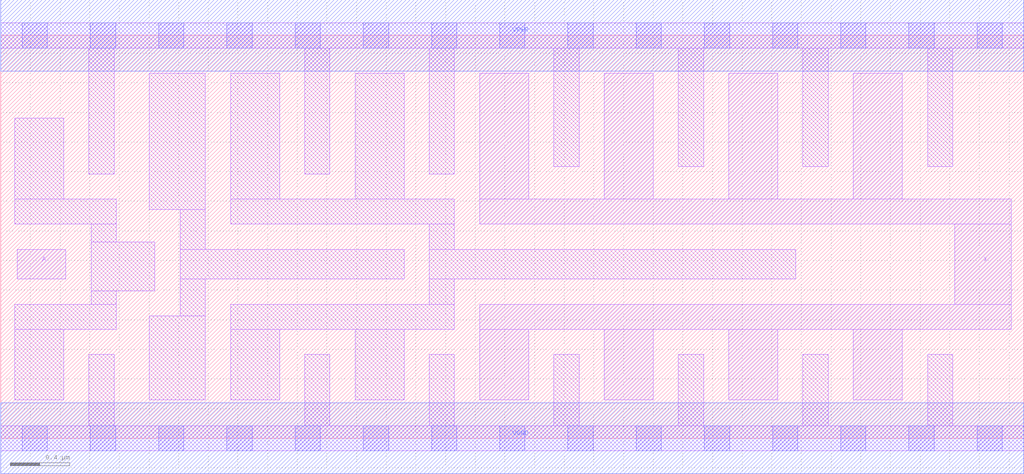
<source format=lef>
# Copyright 2020 The SkyWater PDK Authors
#
# Licensed under the Apache License, Version 2.0 (the "License");
# you may not use this file except in compliance with the License.
# You may obtain a copy of the License at
#
#     https://www.apache.org/licenses/LICENSE-2.0
#
# Unless required by applicable law or agreed to in writing, software
# distributed under the License is distributed on an "AS IS" BASIS,
# WITHOUT WARRANTIES OR CONDITIONS OF ANY KIND, either express or implied.
# See the License for the specific language governing permissions and
# limitations under the License.
#
# SPDX-License-Identifier: Apache-2.0

VERSION 5.7 ;
  NAMESCASESENSITIVE ON ;
  NOWIREEXTENSIONATPIN ON ;
  DIVIDERCHAR "/" ;
  BUSBITCHARS "[]" ;
UNITS
  DATABASE MICRONS 200 ;
END UNITS
MACRO sky130_fd_sc_hd__bufbuf_8
  CLASS CORE ;
  FOREIGN sky130_fd_sc_hd__bufbuf_8 ;
  ORIGIN  0.000000  0.000000 ;
  SIZE  6.900000 BY  2.720000 ;
  SYMMETRY X Y R90 ;
  SITE unithd ;
  PIN A
    ANTENNAGATEAREA  0.159000 ;
    DIRECTION INPUT ;
    USE SIGNAL ;
    PORT
      LAYER li1 ;
        RECT 0.110000 1.075000 0.440000 1.275000 ;
    END
  END A
  PIN X
    ANTENNADIFFAREA  1.782000 ;
    DIRECTION OUTPUT ;
    USE SIGNAL ;
    PORT
      LAYER li1 ;
        RECT 3.230000 0.260000 3.560000 0.735000 ;
        RECT 3.230000 0.735000 6.815000 0.905000 ;
        RECT 3.230000 1.445000 6.815000 1.615000 ;
        RECT 3.230000 1.615000 3.560000 2.465000 ;
        RECT 4.070000 0.260000 4.400000 0.735000 ;
        RECT 4.070000 1.615000 4.400000 2.465000 ;
        RECT 4.910000 0.260000 5.240000 0.735000 ;
        RECT 4.910000 1.615000 5.240000 2.465000 ;
        RECT 5.750000 0.260000 6.080000 0.735000 ;
        RECT 5.750000 1.615000 6.080000 2.465000 ;
        RECT 6.435000 0.905000 6.815000 1.445000 ;
    END
  END X
  PIN VGND
    DIRECTION INOUT ;
    SHAPE ABUTMENT ;
    USE GROUND ;
    PORT
      LAYER met1 ;
        RECT 0.000000 -0.240000 6.900000 0.240000 ;
    END
  END VGND
  PIN VPWR
    DIRECTION INOUT ;
    SHAPE ABUTMENT ;
    USE POWER ;
    PORT
      LAYER met1 ;
        RECT 0.000000 2.480000 6.900000 2.960000 ;
    END
  END VPWR
  OBS
    LAYER li1 ;
      RECT 0.000000 -0.085000 6.900000 0.085000 ;
      RECT 0.000000  2.635000 6.900000 2.805000 ;
      RECT 0.095000  0.260000 0.425000 0.735000 ;
      RECT 0.095000  0.735000 0.780000 0.905000 ;
      RECT 0.095000  1.445000 0.780000 1.615000 ;
      RECT 0.095000  1.615000 0.425000 2.160000 ;
      RECT 0.595000  0.085000 0.765000 0.565000 ;
      RECT 0.595000  1.785000 0.765000 2.635000 ;
      RECT 0.610000  0.905000 0.780000 0.995000 ;
      RECT 0.610000  0.995000 1.040000 1.325000 ;
      RECT 0.610000  1.325000 0.780000 1.445000 ;
      RECT 1.000000  0.260000 1.380000 0.825000 ;
      RECT 1.000000  1.545000 1.380000 2.465000 ;
      RECT 1.210000  0.825000 1.380000 1.075000 ;
      RECT 1.210000  1.075000 2.720000 1.275000 ;
      RECT 1.210000  1.275000 1.380000 1.545000 ;
      RECT 1.550000  0.260000 1.880000 0.735000 ;
      RECT 1.550000  0.735000 3.060000 0.905000 ;
      RECT 1.550000  1.445000 3.060000 1.615000 ;
      RECT 1.550000  1.615000 1.880000 2.465000 ;
      RECT 2.050000  0.085000 2.220000 0.565000 ;
      RECT 2.050000  1.785000 2.220000 2.635000 ;
      RECT 2.390000  0.260000 2.720000 0.735000 ;
      RECT 2.390000  1.615000 2.720000 2.465000 ;
      RECT 2.890000  0.085000 3.060000 0.565000 ;
      RECT 2.890000  0.905000 3.060000 1.075000 ;
      RECT 2.890000  1.075000 5.360000 1.275000 ;
      RECT 2.890000  1.275000 3.060000 1.445000 ;
      RECT 2.890000  1.785000 3.060000 2.635000 ;
      RECT 3.730000  0.085000 3.900000 0.565000 ;
      RECT 3.730000  1.835000 3.900000 2.635000 ;
      RECT 4.570000  0.085000 4.740000 0.565000 ;
      RECT 4.570000  1.835000 4.740000 2.635000 ;
      RECT 5.410000  0.085000 5.580000 0.565000 ;
      RECT 5.410000  1.835000 5.580000 2.635000 ;
      RECT 6.250000  0.085000 6.420000 0.565000 ;
      RECT 6.250000  1.835000 6.420000 2.635000 ;
    LAYER mcon ;
      RECT 0.145000 -0.085000 0.315000 0.085000 ;
      RECT 0.145000  2.635000 0.315000 2.805000 ;
      RECT 0.605000 -0.085000 0.775000 0.085000 ;
      RECT 0.605000  2.635000 0.775000 2.805000 ;
      RECT 1.065000 -0.085000 1.235000 0.085000 ;
      RECT 1.065000  2.635000 1.235000 2.805000 ;
      RECT 1.525000 -0.085000 1.695000 0.085000 ;
      RECT 1.525000  2.635000 1.695000 2.805000 ;
      RECT 1.985000 -0.085000 2.155000 0.085000 ;
      RECT 1.985000  2.635000 2.155000 2.805000 ;
      RECT 2.445000 -0.085000 2.615000 0.085000 ;
      RECT 2.445000  2.635000 2.615000 2.805000 ;
      RECT 2.905000 -0.085000 3.075000 0.085000 ;
      RECT 2.905000  2.635000 3.075000 2.805000 ;
      RECT 3.365000 -0.085000 3.535000 0.085000 ;
      RECT 3.365000  2.635000 3.535000 2.805000 ;
      RECT 3.825000 -0.085000 3.995000 0.085000 ;
      RECT 3.825000  2.635000 3.995000 2.805000 ;
      RECT 4.285000 -0.085000 4.455000 0.085000 ;
      RECT 4.285000  2.635000 4.455000 2.805000 ;
      RECT 4.745000 -0.085000 4.915000 0.085000 ;
      RECT 4.745000  2.635000 4.915000 2.805000 ;
      RECT 5.205000 -0.085000 5.375000 0.085000 ;
      RECT 5.205000  2.635000 5.375000 2.805000 ;
      RECT 5.665000 -0.085000 5.835000 0.085000 ;
      RECT 5.665000  2.635000 5.835000 2.805000 ;
      RECT 6.125000 -0.085000 6.295000 0.085000 ;
      RECT 6.125000  2.635000 6.295000 2.805000 ;
      RECT 6.585000 -0.085000 6.755000 0.085000 ;
      RECT 6.585000  2.635000 6.755000 2.805000 ;
  END
END sky130_fd_sc_hd__bufbuf_8
END LIBRARY

</source>
